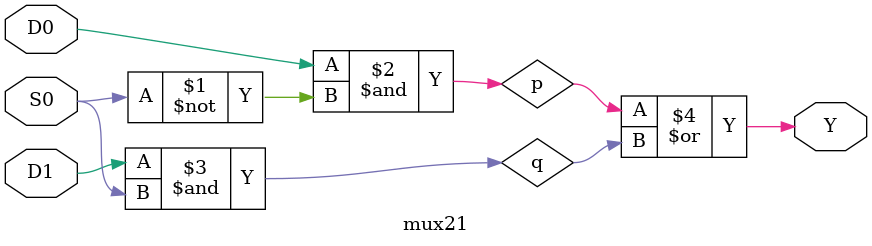
<source format=sv>


module tb;
  reg x, y;
  wire o;
  initial begin
    $dumpfile("dump.vcd");
    $dumpvars(1, tb);
    #00 x = 0; y = 0;
    #10 x = 0; y = 1;
    #10 x = 1; y = 0;
    #10 x = 1; y = 1;
    #10 $stop;
  end
  mux21 U1(o, y, ~y, x);
endmodule

// Design

module mux21 (output Y, input D0, D1, S0);
  wire p, q;
  assign p = D0 & ~S0;
  assign q = D1 & S0;
  assign Y = p | q;
endmodule

// Code by arcenter
// https://github.com/arcenter/UniCode/

</source>
